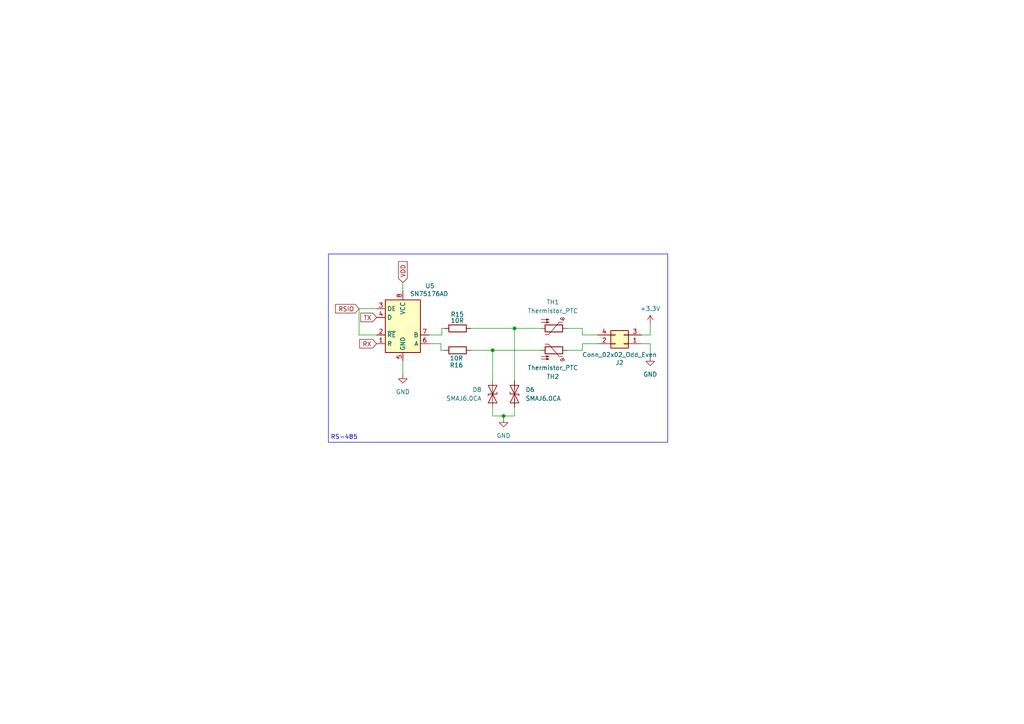
<source format=kicad_sch>
(kicad_sch (version 20230121) (generator eeschema)

  (uuid 333b8da4-b1ac-4f75-8c80-cba76f729713)

  (paper "A4")

  (lib_symbols
    (symbol "Connector_Generic:Conn_02x02_Odd_Even" (pin_names (offset 1.016) hide) (in_bom yes) (on_board yes)
      (property "Reference" "J" (at 1.27 2.54 0)
        (effects (font (size 1.27 1.27)))
      )
      (property "Value" "Conn_02x02_Odd_Even" (at 1.27 -5.08 0)
        (effects (font (size 1.27 1.27)))
      )
      (property "Footprint" "" (at 0 0 0)
        (effects (font (size 1.27 1.27)) hide)
      )
      (property "Datasheet" "~" (at 0 0 0)
        (effects (font (size 1.27 1.27)) hide)
      )
      (property "ki_keywords" "connector" (at 0 0 0)
        (effects (font (size 1.27 1.27)) hide)
      )
      (property "ki_description" "Generic connector, double row, 02x02, odd/even pin numbering scheme (row 1 odd numbers, row 2 even numbers), script generated (kicad-library-utils/schlib/autogen/connector/)" (at 0 0 0)
        (effects (font (size 1.27 1.27)) hide)
      )
      (property "ki_fp_filters" "Connector*:*_2x??_*" (at 0 0 0)
        (effects (font (size 1.27 1.27)) hide)
      )
      (symbol "Conn_02x02_Odd_Even_1_1"
        (rectangle (start -1.27 -2.413) (end 0 -2.667)
          (stroke (width 0.1524) (type default))
          (fill (type none))
        )
        (rectangle (start -1.27 0.127) (end 0 -0.127)
          (stroke (width 0.1524) (type default))
          (fill (type none))
        )
        (rectangle (start -1.27 1.27) (end 3.81 -3.81)
          (stroke (width 0.254) (type default))
          (fill (type background))
        )
        (rectangle (start 3.81 -2.413) (end 2.54 -2.667)
          (stroke (width 0.1524) (type default))
          (fill (type none))
        )
        (rectangle (start 3.81 0.127) (end 2.54 -0.127)
          (stroke (width 0.1524) (type default))
          (fill (type none))
        )
        (pin passive line (at -5.08 0 0) (length 3.81)
          (name "Pin_1" (effects (font (size 1.27 1.27))))
          (number "1" (effects (font (size 1.27 1.27))))
        )
        (pin passive line (at 7.62 0 180) (length 3.81)
          (name "Pin_2" (effects (font (size 1.27 1.27))))
          (number "2" (effects (font (size 1.27 1.27))))
        )
        (pin passive line (at -5.08 -2.54 0) (length 3.81)
          (name "Pin_3" (effects (font (size 1.27 1.27))))
          (number "3" (effects (font (size 1.27 1.27))))
        )
        (pin passive line (at 7.62 -2.54 180) (length 3.81)
          (name "Pin_4" (effects (font (size 1.27 1.27))))
          (number "4" (effects (font (size 1.27 1.27))))
        )
      )
    )
    (symbol "Device:R" (pin_numbers hide) (pin_names (offset 0)) (in_bom yes) (on_board yes)
      (property "Reference" "R" (at 2.032 0 90)
        (effects (font (size 1.27 1.27)))
      )
      (property "Value" "R" (at 0 0 90)
        (effects (font (size 1.27 1.27)))
      )
      (property "Footprint" "" (at -1.778 0 90)
        (effects (font (size 1.27 1.27)) hide)
      )
      (property "Datasheet" "~" (at 0 0 0)
        (effects (font (size 1.27 1.27)) hide)
      )
      (property "ki_keywords" "R res resistor" (at 0 0 0)
        (effects (font (size 1.27 1.27)) hide)
      )
      (property "ki_description" "Resistor" (at 0 0 0)
        (effects (font (size 1.27 1.27)) hide)
      )
      (property "ki_fp_filters" "R_*" (at 0 0 0)
        (effects (font (size 1.27 1.27)) hide)
      )
      (symbol "R_0_1"
        (rectangle (start -1.016 -2.54) (end 1.016 2.54)
          (stroke (width 0.254) (type default))
          (fill (type none))
        )
      )
      (symbol "R_1_1"
        (pin passive line (at 0 3.81 270) (length 1.27)
          (name "~" (effects (font (size 1.27 1.27))))
          (number "1" (effects (font (size 1.27 1.27))))
        )
        (pin passive line (at 0 -3.81 90) (length 1.27)
          (name "~" (effects (font (size 1.27 1.27))))
          (number "2" (effects (font (size 1.27 1.27))))
        )
      )
    )
    (symbol "Device:Thermistor_PTC" (pin_numbers hide) (pin_names (offset 0)) (in_bom yes) (on_board yes)
      (property "Reference" "TH" (at -4.064 0 90)
        (effects (font (size 1.27 1.27)))
      )
      (property "Value" "Thermistor_PTC" (at 3.048 0 90)
        (effects (font (size 1.27 1.27)))
      )
      (property "Footprint" "" (at 1.27 -5.08 0)
        (effects (font (size 1.27 1.27)) (justify left) hide)
      )
      (property "Datasheet" "~" (at 0 0 0)
        (effects (font (size 1.27 1.27)) hide)
      )
      (property "ki_keywords" "resistor PTC thermistor sensor RTD" (at 0 0 0)
        (effects (font (size 1.27 1.27)) hide)
      )
      (property "ki_description" "Temperature dependent resistor, positive temperature coefficient" (at 0 0 0)
        (effects (font (size 1.27 1.27)) hide)
      )
      (property "ki_fp_filters" "*PTC* *Thermistor* PIN?ARRAY* bornier* *Terminal?Block* R_*" (at 0 0 0)
        (effects (font (size 1.27 1.27)) hide)
      )
      (symbol "Thermistor_PTC_0_1"
        (arc (start -3.048 2.159) (mid -3.0495 2.3143) (end -3.175 2.413)
          (stroke (width 0) (type default))
          (fill (type none))
        )
        (arc (start -3.048 2.159) (mid -2.9736 1.9794) (end -2.794 1.905)
          (stroke (width 0) (type default))
          (fill (type none))
        )
        (arc (start -3.048 2.794) (mid -2.9736 2.6144) (end -2.794 2.54)
          (stroke (width 0) (type default))
          (fill (type none))
        )
        (arc (start -2.794 1.905) (mid -2.6144 1.9794) (end -2.54 2.159)
          (stroke (width 0) (type default))
          (fill (type none))
        )
        (arc (start -2.794 2.54) (mid -2.4393 2.5587) (end -2.159 2.794)
          (stroke (width 0) (type default))
          (fill (type none))
        )
        (arc (start -2.794 3.048) (mid -2.9736 2.9736) (end -3.048 2.794)
          (stroke (width 0) (type default))
          (fill (type none))
        )
        (arc (start -2.54 2.794) (mid -2.6144 2.9736) (end -2.794 3.048)
          (stroke (width 0) (type default))
          (fill (type none))
        )
        (rectangle (start -1.016 2.54) (end 1.016 -2.54)
          (stroke (width 0.254) (type default))
          (fill (type none))
        )
        (polyline
          (pts
            (xy -2.54 2.159)
            (xy -2.54 2.794)
          )
          (stroke (width 0) (type default))
          (fill (type none))
        )
        (polyline
          (pts
            (xy -1.778 2.54)
            (xy -1.778 1.524)
            (xy 1.778 -1.524)
            (xy 1.778 -2.54)
          )
          (stroke (width 0) (type default))
          (fill (type none))
        )
        (polyline
          (pts
            (xy -2.54 -3.683)
            (xy -2.54 -1.397)
            (xy -2.794 -2.159)
            (xy -2.286 -2.159)
            (xy -2.54 -1.397)
            (xy -2.54 -1.651)
          )
          (stroke (width 0) (type default))
          (fill (type outline))
        )
        (polyline
          (pts
            (xy -1.778 -3.683)
            (xy -1.778 -1.397)
            (xy -2.032 -2.159)
            (xy -1.524 -2.159)
            (xy -1.778 -1.397)
            (xy -1.778 -1.651)
          )
          (stroke (width 0) (type default))
          (fill (type outline))
        )
      )
      (symbol "Thermistor_PTC_1_1"
        (pin passive line (at 0 3.81 270) (length 1.27)
          (name "~" (effects (font (size 1.27 1.27))))
          (number "1" (effects (font (size 1.27 1.27))))
        )
        (pin passive line (at 0 -3.81 90) (length 1.27)
          (name "~" (effects (font (size 1.27 1.27))))
          (number "2" (effects (font (size 1.27 1.27))))
        )
      )
    )
    (symbol "Diode:SMAJ6.0CA" (pin_numbers hide) (pin_names (offset 1.016) hide) (in_bom yes) (on_board yes)
      (property "Reference" "D" (at 0 2.54 0)
        (effects (font (size 1.27 1.27)))
      )
      (property "Value" "SMAJ6.0CA" (at 0 -2.54 0)
        (effects (font (size 1.27 1.27)))
      )
      (property "Footprint" "Diode_SMD:D_SMA" (at 0 -5.08 0)
        (effects (font (size 1.27 1.27)) hide)
      )
      (property "Datasheet" "https://www.littelfuse.com/media?resourcetype=datasheets&itemid=75e32973-b177-4ee3-a0ff-cedaf1abdb93&filename=smaj-datasheet" (at 0 0 0)
        (effects (font (size 1.27 1.27)) hide)
      )
      (property "ki_keywords" "bidirectional diode TVS voltage suppressor" (at 0 0 0)
        (effects (font (size 1.27 1.27)) hide)
      )
      (property "ki_description" "400W bidirectional Transient Voltage Suppressor, 6.0Vr, SMA(DO-214AC)" (at 0 0 0)
        (effects (font (size 1.27 1.27)) hide)
      )
      (property "ki_fp_filters" "D*SMA*" (at 0 0 0)
        (effects (font (size 1.27 1.27)) hide)
      )
      (symbol "SMAJ6.0CA_0_1"
        (polyline
          (pts
            (xy 1.27 0)
            (xy -1.27 0)
          )
          (stroke (width 0) (type default))
          (fill (type none))
        )
        (polyline
          (pts
            (xy -2.54 -1.27)
            (xy 0 0)
            (xy -2.54 1.27)
            (xy -2.54 -1.27)
          )
          (stroke (width 0.2032) (type default))
          (fill (type none))
        )
        (polyline
          (pts
            (xy 0.508 1.27)
            (xy 0 1.27)
            (xy 0 -1.27)
            (xy -0.508 -1.27)
          )
          (stroke (width 0.2032) (type default))
          (fill (type none))
        )
        (polyline
          (pts
            (xy 2.54 1.27)
            (xy 2.54 -1.27)
            (xy 0 0)
            (xy 2.54 1.27)
          )
          (stroke (width 0.2032) (type default))
          (fill (type none))
        )
      )
      (symbol "SMAJ6.0CA_1_1"
        (pin passive line (at -3.81 0 0) (length 2.54)
          (name "A1" (effects (font (size 1.27 1.27))))
          (number "1" (effects (font (size 1.27 1.27))))
        )
        (pin passive line (at 3.81 0 180) (length 2.54)
          (name "A2" (effects (font (size 1.27 1.27))))
          (number "2" (effects (font (size 1.27 1.27))))
        )
      )
    )
    (symbol "Interface_UART:SN75176AD" (in_bom yes) (on_board yes)
      (property "Reference" "U" (at -4.318 8.89 0)
        (effects (font (size 1.27 1.27)))
      )
      (property "Value" "SN75176AD" (at 1.016 8.89 0)
        (effects (font (size 1.27 1.27)) (justify left))
      )
      (property "Footprint" "Package_SO:SOIC-8_3.9x4.9mm_P1.27mm" (at 0 -12.7 0)
        (effects (font (size 1.27 1.27)) hide)
      )
      (property "Datasheet" "http://www.ti.com/lit/ds/symlink/sn75176a.pdf" (at 40.64 -5.08 0)
        (effects (font (size 1.27 1.27)) hide)
      )
      (property "ki_keywords" "Differential bus transceiver" (at 0 0 0)
        (effects (font (size 1.27 1.27)) hide)
      )
      (property "ki_description" "Differential RS-422/RS-485 bus transceiver, SOIC-8" (at 0 0 0)
        (effects (font (size 1.27 1.27)) hide)
      )
      (property "ki_fp_filters" "SOIC*3.9x4.9mm*P1.27mm*" (at 0 0 0)
        (effects (font (size 1.27 1.27)) hide)
      )
      (symbol "SN75176AD_0_1"
        (rectangle (start -5.08 7.62) (end 5.08 -7.62)
          (stroke (width 0.254) (type default))
          (fill (type background))
        )
      )
      (symbol "SN75176AD_1_1"
        (pin output line (at -7.62 -5.08 0) (length 2.54)
          (name "R" (effects (font (size 1.27 1.27))))
          (number "1" (effects (font (size 1.27 1.27))))
        )
        (pin input line (at -7.62 -2.54 0) (length 2.54)
          (name "~{RE}" (effects (font (size 1.27 1.27))))
          (number "2" (effects (font (size 1.27 1.27))))
        )
        (pin input line (at -7.62 5.08 0) (length 2.54)
          (name "DE" (effects (font (size 1.27 1.27))))
          (number "3" (effects (font (size 1.27 1.27))))
        )
        (pin input line (at -7.62 2.54 0) (length 2.54)
          (name "D" (effects (font (size 1.27 1.27))))
          (number "4" (effects (font (size 1.27 1.27))))
        )
        (pin power_in line (at 0 -10.16 90) (length 2.54)
          (name "GND" (effects (font (size 1.27 1.27))))
          (number "5" (effects (font (size 1.27 1.27))))
        )
        (pin bidirectional line (at 7.62 -5.08 180) (length 2.54)
          (name "A" (effects (font (size 1.27 1.27))))
          (number "6" (effects (font (size 1.27 1.27))))
        )
        (pin bidirectional line (at 7.62 -2.54 180) (length 2.54)
          (name "B" (effects (font (size 1.27 1.27))))
          (number "7" (effects (font (size 1.27 1.27))))
        )
        (pin power_in line (at 0 10.16 270) (length 2.54)
          (name "VCC" (effects (font (size 1.27 1.27))))
          (number "8" (effects (font (size 1.27 1.27))))
        )
      )
    )
    (symbol "power:+3.3V" (power) (pin_names (offset 0)) (in_bom yes) (on_board yes)
      (property "Reference" "#PWR" (at 0 -3.81 0)
        (effects (font (size 1.27 1.27)) hide)
      )
      (property "Value" "+3.3V" (at 0 3.556 0)
        (effects (font (size 1.27 1.27)))
      )
      (property "Footprint" "" (at 0 0 0)
        (effects (font (size 1.27 1.27)) hide)
      )
      (property "Datasheet" "" (at 0 0 0)
        (effects (font (size 1.27 1.27)) hide)
      )
      (property "ki_keywords" "global power" (at 0 0 0)
        (effects (font (size 1.27 1.27)) hide)
      )
      (property "ki_description" "Power symbol creates a global label with name \"+3.3V\"" (at 0 0 0)
        (effects (font (size 1.27 1.27)) hide)
      )
      (symbol "+3.3V_0_1"
        (polyline
          (pts
            (xy -0.762 1.27)
            (xy 0 2.54)
          )
          (stroke (width 0) (type default))
          (fill (type none))
        )
        (polyline
          (pts
            (xy 0 0)
            (xy 0 2.54)
          )
          (stroke (width 0) (type default))
          (fill (type none))
        )
        (polyline
          (pts
            (xy 0 2.54)
            (xy 0.762 1.27)
          )
          (stroke (width 0) (type default))
          (fill (type none))
        )
      )
      (symbol "+3.3V_1_1"
        (pin power_in line (at 0 0 90) (length 0) hide
          (name "+3.3V" (effects (font (size 1.27 1.27))))
          (number "1" (effects (font (size 1.27 1.27))))
        )
      )
    )
    (symbol "power:GND" (power) (pin_names (offset 0)) (in_bom yes) (on_board yes)
      (property "Reference" "#PWR" (at 0 -6.35 0)
        (effects (font (size 1.27 1.27)) hide)
      )
      (property "Value" "GND" (at 0 -3.81 0)
        (effects (font (size 1.27 1.27)))
      )
      (property "Footprint" "" (at 0 0 0)
        (effects (font (size 1.27 1.27)) hide)
      )
      (property "Datasheet" "" (at 0 0 0)
        (effects (font (size 1.27 1.27)) hide)
      )
      (property "ki_keywords" "global power" (at 0 0 0)
        (effects (font (size 1.27 1.27)) hide)
      )
      (property "ki_description" "Power symbol creates a global label with name \"GND\" , ground" (at 0 0 0)
        (effects (font (size 1.27 1.27)) hide)
      )
      (symbol "GND_0_1"
        (polyline
          (pts
            (xy 0 0)
            (xy 0 -1.27)
            (xy 1.27 -1.27)
            (xy 0 -2.54)
            (xy -1.27 -1.27)
            (xy 0 -1.27)
          )
          (stroke (width 0) (type default))
          (fill (type none))
        )
      )
      (symbol "GND_1_1"
        (pin power_in line (at 0 0 270) (length 0) hide
          (name "GND" (effects (font (size 1.27 1.27))))
          (number "1" (effects (font (size 1.27 1.27))))
        )
      )
    )
  )

  (junction (at 142.875 101.6) (diameter 0) (color 0 0 0 0)
    (uuid 4fc2edb0-eda2-4302-b3a2-8fb332a74cb8)
  )
  (junction (at 149.225 95.25) (diameter 0) (color 0 0 0 0)
    (uuid 8f5030b5-01ee-4394-8ed7-150b837b2495)
  )
  (junction (at 146.05 120.65) (diameter 0) (color 0 0 0 0)
    (uuid 96ad1cef-06bb-474b-8ee5-2efd20f2ee65)
  )

  (wire (pts (xy 128.143 95.25) (xy 128.905 95.25))
    (stroke (width 0) (type default))
    (uuid 0043d6a9-7e1d-4536-aacd-18128a68f42e)
  )
  (wire (pts (xy 146.05 120.65) (xy 146.05 121.285))
    (stroke (width 0) (type default))
    (uuid 07fcb91d-c1e6-4848-979f-454359d236ea)
  )
  (wire (pts (xy 188.595 97.155) (xy 188.595 93.98))
    (stroke (width 0) (type default))
    (uuid 094cc752-0752-46d5-a6ac-05cd5ff10a31)
  )
  (wire (pts (xy 128.143 97.155) (xy 128.143 95.25))
    (stroke (width 0) (type default))
    (uuid 0a2e4e22-39b1-49a2-956d-c1e033fb30bb)
  )
  (wire (pts (xy 127.889 101.6) (xy 128.905 101.6))
    (stroke (width 0) (type default))
    (uuid 12082d8b-0ab7-46a6-862c-ddd3f33930aa)
  )
  (wire (pts (xy 186.055 99.695) (xy 188.595 99.695))
    (stroke (width 0) (type default))
    (uuid 14505fda-68fb-4052-b9c8-1bad23690c25)
  )
  (wire (pts (xy 164.465 101.6) (xy 168.91 101.6))
    (stroke (width 0) (type default))
    (uuid 151d9dd3-42c7-4c60-9a6e-2c8a3032cc97)
  )
  (wire (pts (xy 136.525 95.25) (xy 149.225 95.25))
    (stroke (width 0) (type default))
    (uuid 210274d1-a0ea-4167-94a3-47455943d8a5)
  )
  (wire (pts (xy 124.46 99.695) (xy 127.889 99.695))
    (stroke (width 0) (type default))
    (uuid 29dd2391-e413-41a1-a8d9-7c4ec0f44b4c)
  )
  (wire (pts (xy 116.84 104.775) (xy 116.84 108.585))
    (stroke (width 0) (type default))
    (uuid 2b8cf104-5d32-43e0-a840-33c52a512797)
  )
  (wire (pts (xy 104.14 97.155) (xy 109.22 97.155))
    (stroke (width 0) (type default))
    (uuid 2fe8b867-8050-4277-9d41-c776993f4f0c)
  )
  (wire (pts (xy 142.875 120.65) (xy 146.05 120.65))
    (stroke (width 0) (type default))
    (uuid 3a53f3c4-6f80-42de-a28d-c11f9c133ee3)
  )
  (wire (pts (xy 104.14 89.535) (xy 104.14 97.155))
    (stroke (width 0) (type default))
    (uuid 3aa99338-548b-4f66-8176-1271cf7b3023)
  )
  (wire (pts (xy 124.46 97.155) (xy 128.143 97.155))
    (stroke (width 0) (type default))
    (uuid 3b7e83cf-5a02-4a08-8671-37cf9e613080)
  )
  (wire (pts (xy 149.225 120.65) (xy 146.05 120.65))
    (stroke (width 0) (type default))
    (uuid 5d155175-0d52-4c18-aa38-36b29590bc72)
  )
  (wire (pts (xy 142.875 101.6) (xy 156.845 101.6))
    (stroke (width 0) (type default))
    (uuid 6a4f2a52-199b-4fb1-81f1-578ddcc55a05)
  )
  (wire (pts (xy 168.91 99.695) (xy 173.355 99.695))
    (stroke (width 0) (type default))
    (uuid 6b4b5bce-632e-44dc-8dda-c4308899d9b8)
  )
  (wire (pts (xy 149.225 110.49) (xy 149.225 95.25))
    (stroke (width 0) (type default))
    (uuid 6dc67bac-0956-4bd1-b893-b914b12686d4)
  )
  (wire (pts (xy 188.595 99.695) (xy 188.595 103.505))
    (stroke (width 0) (type default))
    (uuid 6dcc052c-66fb-4b29-8817-2493e201cac0)
  )
  (wire (pts (xy 149.225 95.25) (xy 156.845 95.25))
    (stroke (width 0) (type default))
    (uuid 8274fea3-f92e-49b6-80f3-5c6290a28778)
  )
  (wire (pts (xy 136.525 101.6) (xy 142.875 101.6))
    (stroke (width 0) (type default))
    (uuid 88b63fed-877e-4439-8998-431a5b126691)
  )
  (wire (pts (xy 168.91 97.155) (xy 168.91 95.25))
    (stroke (width 0) (type default))
    (uuid 88b69c38-38e9-46e1-be01-1115f11e5963)
  )
  (wire (pts (xy 116.84 81.915) (xy 116.84 84.455))
    (stroke (width 0) (type default))
    (uuid 89fc262f-4271-4aac-9133-26f07182a0c2)
  )
  (wire (pts (xy 168.91 101.6) (xy 168.91 99.695))
    (stroke (width 0) (type default))
    (uuid 9573dddf-9ef9-472e-afcc-94ca0659e423)
  )
  (wire (pts (xy 142.875 101.6) (xy 142.875 110.49))
    (stroke (width 0) (type default))
    (uuid b0358e43-5670-463f-acc3-f88ed06af417)
  )
  (wire (pts (xy 142.875 118.11) (xy 142.875 120.65))
    (stroke (width 0) (type default))
    (uuid b1f038b2-f554-46ad-8d89-da4e3e2c79e2)
  )
  (wire (pts (xy 173.355 97.155) (xy 168.91 97.155))
    (stroke (width 0) (type default))
    (uuid b67c1fb9-bd01-4c3c-a1bf-e65b8ac74493)
  )
  (wire (pts (xy 164.465 95.25) (xy 168.91 95.25))
    (stroke (width 0) (type default))
    (uuid bc7b5473-2c07-42b5-8817-855aeef1bf9d)
  )
  (wire (pts (xy 127.889 99.695) (xy 127.889 101.6))
    (stroke (width 0) (type default))
    (uuid c2d0ec0a-9fb3-4937-90f6-14e14a624085)
  )
  (wire (pts (xy 109.22 89.535) (xy 104.14 89.535))
    (stroke (width 0) (type default))
    (uuid db11dde9-0bfe-40b5-9925-883e9c282255)
  )
  (wire (pts (xy 149.225 118.11) (xy 149.225 120.65))
    (stroke (width 0) (type default))
    (uuid f1ecda34-d927-442a-8f3a-7cd062ac5c2a)
  )
  (wire (pts (xy 186.055 97.155) (xy 188.595 97.155))
    (stroke (width 0) (type default))
    (uuid f678d77e-63ff-4265-a886-24369fb4ba83)
  )

  (rectangle (start 95.25 73.66) (end 193.675 128.27)
    (stroke (width 0) (type default))
    (fill (type none))
    (uuid 00b8b73d-acda-40b9-a953-b0a535064828)
  )

  (text "RS-485" (at 95.885 127.635 0)
    (effects (font (size 1.27 1.27)) (justify left bottom))
    (uuid effbf7c5-7798-43ff-9967-e597f2e808a1)
  )

  (global_label "VDD" (shape input) (at 116.84 81.915 90) (fields_autoplaced)
    (effects (font (size 1.27 1.27)) (justify left))
    (uuid 12ba8c29-34e9-4b87-a247-85299ff15fff)
    (property "Intersheetrefs" "${INTERSHEET_REFS}" (at 116.84 75.3012 90)
      (effects (font (size 1.27 1.27)) (justify left) hide)
    )
  )
  (global_label "RSIO" (shape input) (at 104.14 89.535 180) (fields_autoplaced)
    (effects (font (size 1.27 1.27)) (justify right))
    (uuid 22acbed6-b025-4590-97f4-f100f55a2961)
    (property "Intersheetrefs" "${INTERSHEET_REFS}" (at 96.74 89.535 0)
      (effects (font (size 1.27 1.27)) (justify right) hide)
    )
  )
  (global_label "TX" (shape input) (at 109.22 92.075 180) (fields_autoplaced)
    (effects (font (size 1.27 1.27)) (justify right))
    (uuid b731746a-f35a-411a-b532-789d9e64ec4c)
    (property "Intersheetrefs" "${INTERSHEET_REFS}" (at 104.0577 92.075 0)
      (effects (font (size 1.27 1.27)) (justify right) hide)
    )
  )
  (global_label "RX" (shape input) (at 109.22 99.695 180) (fields_autoplaced)
    (effects (font (size 1.27 1.27)) (justify right))
    (uuid d49ca5d8-4425-4547-abec-27405c5dbbf8)
    (property "Intersheetrefs" "${INTERSHEET_REFS}" (at 103.7553 99.695 0)
      (effects (font (size 1.27 1.27)) (justify right) hide)
    )
  )

  (symbol (lib_id "Device:Thermistor_PTC") (at 160.655 101.6 270) (mirror x) (unit 1)
    (in_bom yes) (on_board yes) (dnp no)
    (uuid 1a4b980c-8837-4d3f-881c-b7a6838c8dcc)
    (property "Reference" "TH2" (at 160.3375 109.22 90)
      (effects (font (size 1.27 1.27)))
    )
    (property "Value" "Thermistor_PTC" (at 160.3375 106.68 90)
      (effects (font (size 1.27 1.27)))
    )
    (property "Footprint" "Resistor_SMD:R_0805_2012Metric" (at 155.575 100.33 0)
      (effects (font (size 1.27 1.27)) (justify left) hide)
    )
    (property "Datasheet" "~" (at 160.655 101.6 0)
      (effects (font (size 1.27 1.27)) hide)
    )
    (pin "1" (uuid a4c6baf3-d23d-4bf9-a43f-265d783a9eeb))
    (pin "2" (uuid a2e3bca1-8f2f-4e63-b512-10c48c162b65))
    (instances
      (project "iSTF"
        (path "/79723a73-3554-4e03-b4e9-c3853a47663c/8fdfaa4f-d586-4674-a34b-793529036447"
          (reference "TH2") (unit 1)
        )
      )
    )
  )

  (symbol (lib_id "power:GND") (at 116.84 108.585 0) (unit 1)
    (in_bom yes) (on_board yes) (dnp no) (fields_autoplaced)
    (uuid 268a2498-85f6-41d6-8230-e09638d0b646)
    (property "Reference" "#PWR030" (at 116.84 114.935 0)
      (effects (font (size 1.27 1.27)) hide)
    )
    (property "Value" "GND" (at 116.84 113.665 0)
      (effects (font (size 1.27 1.27)))
    )
    (property "Footprint" "" (at 116.84 108.585 0)
      (effects (font (size 1.27 1.27)) hide)
    )
    (property "Datasheet" "" (at 116.84 108.585 0)
      (effects (font (size 1.27 1.27)) hide)
    )
    (pin "1" (uuid 75915965-800f-4720-9f63-70028576e77e))
    (instances
      (project "iSTF"
        (path "/79723a73-3554-4e03-b4e9-c3853a47663c/8fdfaa4f-d586-4674-a34b-793529036447"
          (reference "#PWR030") (unit 1)
        )
      )
    )
  )

  (symbol (lib_id "Diode:SMAJ6.0CA") (at 149.225 114.3 90) (unit 1)
    (in_bom yes) (on_board yes) (dnp no) (fields_autoplaced)
    (uuid 2b49788c-cce7-43e7-b326-7f18b23bac65)
    (property "Reference" "D6" (at 152.4 113.03 90)
      (effects (font (size 1.27 1.27)) (justify right))
    )
    (property "Value" "SMAJ6.0CA" (at 152.4 115.57 90)
      (effects (font (size 1.27 1.27)) (justify right))
    )
    (property "Footprint" "Diode_SMD:D_SMA" (at 154.305 114.3 0)
      (effects (font (size 1.27 1.27)) hide)
    )
    (property "Datasheet" "https://www.littelfuse.com/media?resourcetype=datasheets&itemid=75e32973-b177-4ee3-a0ff-cedaf1abdb93&filename=smaj-datasheet" (at 149.225 114.3 0)
      (effects (font (size 1.27 1.27)) hide)
    )
    (pin "2" (uuid ab90e73d-bae6-4600-b43c-4a3d53f9297a))
    (pin "1" (uuid 7951dcb2-5c90-433b-b9a6-352496833590))
    (instances
      (project "iSTF"
        (path "/79723a73-3554-4e03-b4e9-c3853a47663c/8fdfaa4f-d586-4674-a34b-793529036447"
          (reference "D6") (unit 1)
        )
      )
    )
  )

  (symbol (lib_id "Connector_Generic:Conn_02x02_Odd_Even") (at 180.975 99.695 180) (unit 1)
    (in_bom yes) (on_board yes) (dnp no)
    (uuid 54c00ea0-b789-4a6b-a731-795638e90c98)
    (property "Reference" "J2" (at 179.705 105.2068 0)
      (effects (font (size 1.27 1.27)))
    )
    (property "Value" "Conn_02x02_Odd_Even" (at 179.705 102.8954 0)
      (effects (font (size 1.27 1.27)))
    )
    (property "Footprint" "Connector_Molex:Molex_Mini-Fit_Jr_5566-04A_2x02_P4.20mm_Vertical" (at 180.975 99.695 0)
      (effects (font (size 1.27 1.27)) hide)
    )
    (property "Datasheet" "~" (at 180.975 99.695 0)
      (effects (font (size 1.27 1.27)) hide)
    )
    (pin "1" (uuid 532f62ea-2307-42ce-a3ba-2118de04bf68))
    (pin "2" (uuid 52fb4b8a-cfcf-444a-bf8d-19fafd9fd7e7))
    (pin "3" (uuid 087736d8-8f32-4bc4-8594-c34952450f7a))
    (pin "4" (uuid 4a035822-9d63-4e37-8395-f7a5ee90a74e))
    (instances
      (project "iSTF"
        (path "/79723a73-3554-4e03-b4e9-c3853a47663c/8fdfaa4f-d586-4674-a34b-793529036447"
          (reference "J2") (unit 1)
        )
      )
      (project "PCBDisp"
        (path "/e4c6fdbb-fdc7-4ad4-a516-240d84cdc120"
          (reference "J2") (unit 1)
        )
      )
    )
  )

  (symbol (lib_id "Device:Thermistor_PTC") (at 160.655 95.25 270) (unit 1)
    (in_bom yes) (on_board yes) (dnp no) (fields_autoplaced)
    (uuid 7529219c-1c7c-4d85-a4bd-1f40f7483fa4)
    (property "Reference" "TH1" (at 160.3375 87.63 90)
      (effects (font (size 1.27 1.27)))
    )
    (property "Value" "Thermistor_PTC" (at 160.3375 90.17 90)
      (effects (font (size 1.27 1.27)))
    )
    (property "Footprint" "Resistor_SMD:R_0805_2012Metric" (at 155.575 96.52 0)
      (effects (font (size 1.27 1.27)) (justify left) hide)
    )
    (property "Datasheet" "~" (at 160.655 95.25 0)
      (effects (font (size 1.27 1.27)) hide)
    )
    (pin "1" (uuid 9c7802a5-f855-4aac-8962-7afb63984180))
    (pin "2" (uuid 6e166c4e-c36c-4827-89a7-6662b05f3e78))
    (instances
      (project "iSTF"
        (path "/79723a73-3554-4e03-b4e9-c3853a47663c/8fdfaa4f-d586-4674-a34b-793529036447"
          (reference "TH1") (unit 1)
        )
      )
    )
  )

  (symbol (lib_id "Diode:SMAJ6.0CA") (at 142.875 114.3 270) (mirror x) (unit 1)
    (in_bom yes) (on_board yes) (dnp no)
    (uuid 90670192-c7d8-4940-a042-9969375d2bbb)
    (property "Reference" "D8" (at 139.7 113.03 90)
      (effects (font (size 1.27 1.27)) (justify right))
    )
    (property "Value" "SMAJ6.0CA" (at 139.7 115.57 90)
      (effects (font (size 1.27 1.27)) (justify right))
    )
    (property "Footprint" "Diode_SMD:D_SMA" (at 137.795 114.3 0)
      (effects (font (size 1.27 1.27)) hide)
    )
    (property "Datasheet" "https://www.littelfuse.com/media?resourcetype=datasheets&itemid=75e32973-b177-4ee3-a0ff-cedaf1abdb93&filename=smaj-datasheet" (at 142.875 114.3 0)
      (effects (font (size 1.27 1.27)) hide)
    )
    (pin "2" (uuid 30f0c37f-ff10-40b9-b75c-74a4a7e6b087))
    (pin "1" (uuid 2987e77c-3140-4a34-979f-451747bed73b))
    (instances
      (project "iSTF"
        (path "/79723a73-3554-4e03-b4e9-c3853a47663c/8fdfaa4f-d586-4674-a34b-793529036447"
          (reference "D8") (unit 1)
        )
      )
    )
  )

  (symbol (lib_id "power:GND") (at 146.05 121.285 0) (unit 1)
    (in_bom yes) (on_board yes) (dnp no) (fields_autoplaced)
    (uuid d2955768-4d89-43ed-b160-e3671a0dff0c)
    (property "Reference" "#PWR031" (at 146.05 127.635 0)
      (effects (font (size 1.27 1.27)) hide)
    )
    (property "Value" "GND" (at 146.05 126.365 0)
      (effects (font (size 1.27 1.27)))
    )
    (property "Footprint" "" (at 146.05 121.285 0)
      (effects (font (size 1.27 1.27)) hide)
    )
    (property "Datasheet" "" (at 146.05 121.285 0)
      (effects (font (size 1.27 1.27)) hide)
    )
    (pin "1" (uuid c0f89c14-9f01-4f80-a93a-25d645d61096))
    (instances
      (project "iSTF"
        (path "/79723a73-3554-4e03-b4e9-c3853a47663c/8fdfaa4f-d586-4674-a34b-793529036447"
          (reference "#PWR031") (unit 1)
        )
      )
    )
  )

  (symbol (lib_id "Interface_UART:SN75176AD") (at 116.84 94.615 0) (unit 1)
    (in_bom yes) (on_board yes) (dnp no)
    (uuid e4349060-fdea-42cb-a378-12a92979e460)
    (property "Reference" "U5" (at 124.714 82.931 0)
      (effects (font (size 1.27 1.27)))
    )
    (property "Value" "SN75176AD" (at 124.46 85.217 0)
      (effects (font (size 1.27 1.27)))
    )
    (property "Footprint" "Package_SO:SOIC-8_3.9x4.9mm_P1.27mm" (at 116.84 107.315 0)
      (effects (font (size 1.27 1.27)) hide)
    )
    (property "Datasheet" "http://www.ti.com/lit/ds/symlink/sn75176a.pdf" (at 157.48 99.695 0)
      (effects (font (size 1.27 1.27)) hide)
    )
    (pin "1" (uuid e9fd923a-e3b9-4c97-bdba-45a4ab287861))
    (pin "2" (uuid 0e8a4ec5-122b-46d2-9e87-fdb4feba68b6))
    (pin "3" (uuid 2f7fbc63-7d1e-43d8-af0d-e8ed69e0553f))
    (pin "4" (uuid 97d2fb5f-62bd-4534-b2d5-2ed3f000259f))
    (pin "5" (uuid d301fce1-5af2-4615-b118-53942c57c77a))
    (pin "6" (uuid 286141b6-84d4-42df-a3e0-c69c1133934b))
    (pin "7" (uuid a6012ab6-7846-4e33-a4e0-8a692a21ee6b))
    (pin "8" (uuid 4bbc1bf1-5a05-4ba5-b3e3-d244952b6dc3))
    (instances
      (project "iSTF"
        (path "/79723a73-3554-4e03-b4e9-c3853a47663c/8fdfaa4f-d586-4674-a34b-793529036447"
          (reference "U5") (unit 1)
        )
      )
      (project "PCBDisp"
        (path "/e4c6fdbb-fdc7-4ad4-a516-240d84cdc120"
          (reference "U3") (unit 1)
        )
      )
    )
  )

  (symbol (lib_id "power:GND") (at 188.595 103.505 0) (unit 1)
    (in_bom yes) (on_board yes) (dnp no) (fields_autoplaced)
    (uuid ebef4adb-99aa-44a2-b310-b3529a8ac7c0)
    (property "Reference" "#PWR033" (at 188.595 109.855 0)
      (effects (font (size 1.27 1.27)) hide)
    )
    (property "Value" "GND" (at 188.595 108.585 0)
      (effects (font (size 1.27 1.27)))
    )
    (property "Footprint" "" (at 188.595 103.505 0)
      (effects (font (size 1.27 1.27)) hide)
    )
    (property "Datasheet" "" (at 188.595 103.505 0)
      (effects (font (size 1.27 1.27)) hide)
    )
    (pin "1" (uuid 633076e3-f421-424e-b519-0000df0d76c8))
    (instances
      (project "iSTF"
        (path "/79723a73-3554-4e03-b4e9-c3853a47663c/8fdfaa4f-d586-4674-a34b-793529036447"
          (reference "#PWR033") (unit 1)
        )
      )
    )
  )

  (symbol (lib_id "power:+3.3V") (at 188.595 93.98 0) (unit 1)
    (in_bom yes) (on_board yes) (dnp no) (fields_autoplaced)
    (uuid f06c7f48-5306-4911-a56c-722f62148ada)
    (property "Reference" "#PWR032" (at 188.595 97.79 0)
      (effects (font (size 1.27 1.27)) hide)
    )
    (property "Value" "+3.3V" (at 188.595 89.535 0)
      (effects (font (size 1.27 1.27)))
    )
    (property "Footprint" "" (at 188.595 93.98 0)
      (effects (font (size 1.27 1.27)) hide)
    )
    (property "Datasheet" "" (at 188.595 93.98 0)
      (effects (font (size 1.27 1.27)) hide)
    )
    (pin "1" (uuid 1a851bac-d496-4a0c-9338-e6928ce54d49))
    (instances
      (project "iSTF"
        (path "/79723a73-3554-4e03-b4e9-c3853a47663c/8fdfaa4f-d586-4674-a34b-793529036447"
          (reference "#PWR032") (unit 1)
        )
      )
    )
  )

  (symbol (lib_id "Device:R") (at 132.715 95.25 270) (unit 1)
    (in_bom yes) (on_board yes) (dnp no)
    (uuid f44b917a-c11b-4fac-82cf-6949d917b32b)
    (property "Reference" "R15" (at 130.683 91.186 90)
      (effects (font (size 1.27 1.27)) (justify left))
    )
    (property "Value" "10R" (at 130.683 92.964 90)
      (effects (font (size 1.27 1.27)) (justify left))
    )
    (property "Footprint" "Resistor_SMD:R_0805_2012Metric_Pad1.20x1.40mm_HandSolder" (at 132.715 93.472 90)
      (effects (font (size 1.27 1.27)) hide)
    )
    (property "Datasheet" "~" (at 132.715 95.25 0)
      (effects (font (size 1.27 1.27)) hide)
    )
    (pin "1" (uuid 9ec1177e-d12d-482c-9b01-71062a525857))
    (pin "2" (uuid a88571cb-618a-4cb0-8d85-2457555ee681))
    (instances
      (project "iSTF"
        (path "/79723a73-3554-4e03-b4e9-c3853a47663c/8fdfaa4f-d586-4674-a34b-793529036447"
          (reference "R15") (unit 1)
        )
      )
      (project "PCBDisp"
        (path "/e4c6fdbb-fdc7-4ad4-a516-240d84cdc120"
          (reference "R12") (unit 1)
        )
      )
    )
  )

  (symbol (lib_id "Device:R") (at 132.715 101.6 270) (unit 1)
    (in_bom yes) (on_board yes) (dnp no)
    (uuid fbe883ba-d47b-4901-8b2d-5001622d4bee)
    (property "Reference" "R16" (at 130.429 105.918 90)
      (effects (font (size 1.27 1.27)) (justify left))
    )
    (property "Value" "10R" (at 130.429 103.886 90)
      (effects (font (size 1.27 1.27)) (justify left))
    )
    (property "Footprint" "Resistor_SMD:R_0805_2012Metric_Pad1.20x1.40mm_HandSolder" (at 132.715 99.822 90)
      (effects (font (size 1.27 1.27)) hide)
    )
    (property "Datasheet" "~" (at 132.715 101.6 0)
      (effects (font (size 1.27 1.27)) hide)
    )
    (pin "1" (uuid 5bfb1998-31e3-4e92-877b-492ba466ae89))
    (pin "2" (uuid 27ecc4e3-3c2a-4986-9b90-571f1232db3f))
    (instances
      (project "iSTF"
        (path "/79723a73-3554-4e03-b4e9-c3853a47663c/8fdfaa4f-d586-4674-a34b-793529036447"
          (reference "R16") (unit 1)
        )
      )
      (project "PCBDisp"
        (path "/e4c6fdbb-fdc7-4ad4-a516-240d84cdc120"
          (reference "R13") (unit 1)
        )
      )
    )
  )
)

</source>
